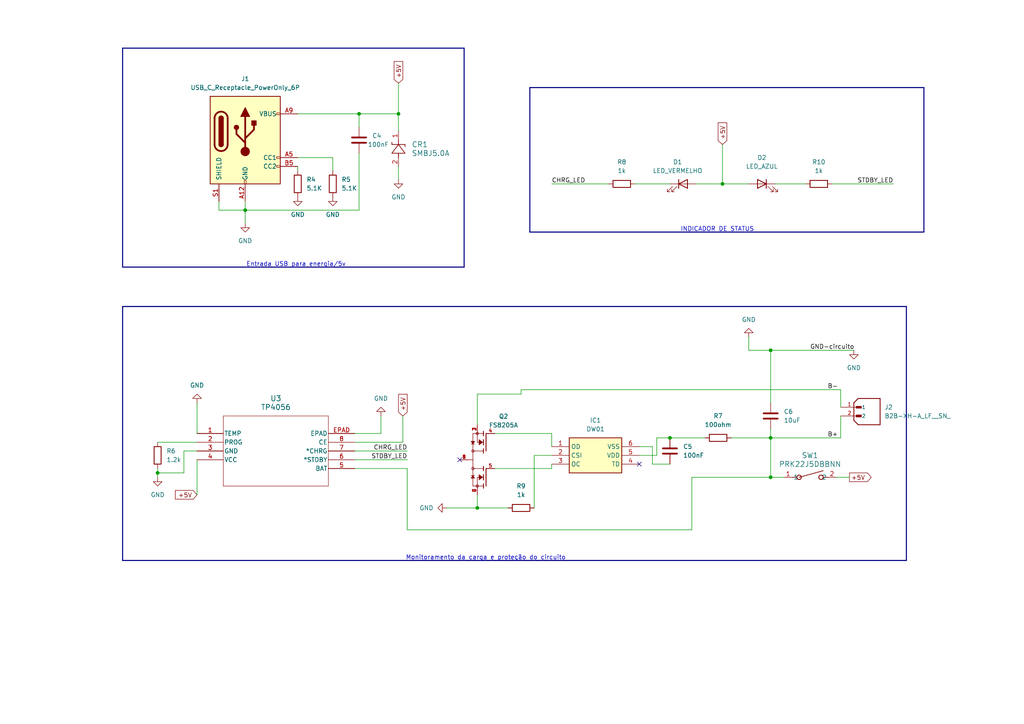
<source format=kicad_sch>
(kicad_sch (version 20230121) (generator eeschema)
  (paper "A4")
  (lib_symbols
    (symbol "2024-07-17_01-36-53:TP4056" (pin_names (offset 0.254))
      (property "Reference" "U" (at 22.86 10.16 0))
      (property "Value" "TP4056" (at 22.86 7.62 0))
      (symbol "TP4056_0_1"
        (polyline (pts (xy 7.62 -15.24) (xy 38.1 -15.24)) (stroke (width 0.127)))
        (polyline (pts (xy 7.62 5.08) (xy 7.62 -15.24)) (stroke (width 0.127)))
        (polyline (pts (xy 38.1 -15.24) (xy 38.1 5.08)) (stroke (width 0.127)))
        (polyline (pts (xy 38.1 5.08) (xy 7.62 5.08)) (stroke (width 0.127)))
        (pin input line (at 0 0 0) (length 7.62) (name "TEMP") (number "1"))
        (pin unspecified line (at 0 -2.54 0) (length 7.62) (name "PROG") (number "2"))
        (pin power_out line (at 0 -5.08 0) (length 7.62) (name "GND") (number "3"))
        (pin power_in line (at 0 -7.62 0) (length 7.62) (name "VCC") (number "4"))
        (pin power_in line (at 45.72 -10.16 180) (length 7.62) (name "BAT") (number "5"))
        (pin unspecified line (at 45.72 -7.62 180) (length 7.62) (name "*STDBY") (number "6"))
        (pin unspecified line (at 45.72 -5.08 180) (length 7.62) (name "*CHRG") (number "7"))
        (pin input line (at 45.72 -2.54 180) (length 7.62) (name "CE") (number "8"))
        (pin unspecified line (at 45.72 0 180) (length 7.62) (name "EPAD") (number "EPAD"))
      )
    )
    (symbol "B2B-XH-A_LF__SN_:B2B-XH-A_LF__SN_" (pin_names (offset 1.016))
      (property "Reference" "J" (at -2.54 6.35 0))
      (property "Value" "B2B-XH-A_LF__SN_" (at -2.54 -5.08 0))
      (symbol "B2B-XH-A_LF__SN__0_0"
        (rectangle (start -3.175 -0.3175) (end -1.5875 0.3175) (stroke (width 0.1)) (fill (type outline)))
        (rectangle (start -3.175 2.2225) (end -1.5875 2.8575) (stroke (width 0.1)) (fill (type outline)))
        (polyline (pts (xy -3.81 -1.27) (xy -2.54 -2.54)) (stroke (width 0.254)))
        (polyline (pts (xy -3.81 3.81) (xy -3.81 -1.27)) (stroke (width 0.254)))
        (polyline (pts (xy -3.81 3.81) (xy -2.54 5.08)) (stroke (width 0.254)))
        (polyline (pts (xy -2.54 -2.54) (xy 3.81 -2.54)) (stroke (width 0.254)))
        (polyline (pts (xy 3.81 -2.54) (xy 3.81 5.08)) (stroke (width 0.254)))
        (polyline (pts (xy 3.81 5.08) (xy -2.54 5.08)) (stroke (width 0.254)))
        (pin passive line (at -7.62 2.54 0) (length 5.08) (name "1") (number "1"))
        (pin passive line (at -7.62 0 0) (length 5.08) (name "2") (number "2"))
      )
    )
    (symbol "Connector:USB_C_Receptacle_PowerOnly_6P" (pin_names (offset 1.016))
      (property "Reference" "J" (at 0 16.51 0))
      (property "Value" "USB_C_Receptacle_PowerOnly_6P" (at 0 13.97 0))
      (symbol "USB_C_Receptacle_PowerOnly_6P_0_0"
        (rectangle (start -0.254 -12.7) (end 0.254 -11.684))
        (rectangle (start 10.16 -7.366) (end 9.144 -7.874))
        (rectangle (start 10.16 -4.826) (end 9.144 -5.334))
        (rectangle (start 10.16 7.874) (end 9.144 7.366))
      )
      (symbol "USB_C_Receptacle_PowerOnly_6P_0_1"
        (rectangle (start -10.16 12.7) (end 10.16 -12.7) (stroke (width 0.254)) (fill (type background)))
        (arc (start -8.89 -1.27) (mid -6.985 -3.1667) (end -5.08 -1.27) (stroke (width 0.508)))
        (arc (start -7.62 -1.27) (mid -6.985 -1.9023) (end -6.35 -1.27) (stroke (width 0.254)))
        (arc (start -7.62 -1.27) (mid -6.985 -1.9023) (end -6.35 -1.27) (stroke (width 0.254)) (fill (type outline)))
        (rectangle (start -7.62 -1.27) (end -6.35 6.35) (stroke (width 0.254)) (fill (type outline)))
        (arc (start -6.35 6.35) (mid -6.985 6.9823) (end -7.62 6.35) (stroke (width 0.254)))
        (arc (start -6.35 6.35) (mid -6.985 6.9823) (end -7.62 6.35) (stroke (width 0.254)) (fill (type outline)))
        (arc (start -5.08 6.35) (mid -6.985 8.2467) (end -8.89 6.35) (stroke (width 0.508)))
        (circle (center -2.54 3.683) (radius 0.635) (stroke (width 0.254)) (fill (type outline)))
        (circle (center 0 -3.302) (radius 1.27) (fill (type outline)))
        (polyline (pts (xy -8.89 -1.27) (xy -8.89 6.35)) (stroke (width 0.508)))
        (polyline (pts (xy -5.08 6.35) (xy -5.08 -1.27)) (stroke (width 0.508)))
        (polyline (pts (xy 0 -3.302) (xy 0 6.858)) (stroke (width 0.508)))
        (polyline (pts (xy 0 -0.762) (xy -2.54 1.778) (xy -2.54 3.048)) (stroke (width 0.508)))
        (polyline (pts (xy 0 0.508) (xy 2.54 3.048) (xy 2.54 4.318)) (stroke (width 0.508)))
        (polyline (pts (xy -1.27 6.858) (xy 0 9.398) (xy 1.27 6.858) (xy -1.27 6.858)) (stroke (width 0.254)) (fill (type outline)))
        (rectangle (start 1.905 4.318) (end 3.175 5.588) (stroke (width 0.254)) (fill (type outline)))
      )
      (symbol "USB_C_Receptacle_PowerOnly_6P_1_1"
        (pin passive line (at 0 -17.78 90) (length 5.08) (name "GND") (number "A12"))
        (pin bidirectional line (at 15.24 -5.08 180) (length 5.08) (name "CC1") (number "A5"))
        (pin passive line (at 15.24 7.62 180) (length 5.08) (name "VBUS") (number "A9"))
        (pin passive line (at 0 -17.78 90) (length 5.08) hide (name "GND") (number "B12"))
        (pin bidirectional line (at 15.24 -7.62 180) (length 5.08) (name "CC2") (number "B5"))
        (pin passive line (at 15.24 7.62 180) (length 5.08) hide (name "VBUS") (number "B9"))
        (pin passive line (at -7.62 -17.78 90) (length 5.08) (name "SHIELD") (number "S1"))
      )
    )
    (symbol "DW01:DW01"
      (property "Reference" "IC" (at 21.59 7.62 0))
      (property "Value" "DW01" (at 21.59 5.08 0))
      (symbol "DW01_1_1"
        (rectangle (start 5.08 2.54) (end 20.32 -7.62) (stroke (width 0.254)) (fill (type background)))
        (pin passive line (at 0 0 0) (length 5.08) (name "OD") (number "1"))
        (pin passive line (at 0 -2.54 0) (length 5.08) (name "CSI") (number "2"))
        (pin passive line (at 0 -5.08 0) (length 5.08) (name "OC") (number "3"))
        (pin passive line (at 25.4 -5.08 180) (length 5.08) (name "TD") (number "4"))
        (pin passive line (at 25.4 -2.54 180) (length 5.08) (name "VDD") (number "5"))
        (pin passive line (at 25.4 0 180) (length 5.08) (name "VSS") (number "6"))
      )
    )
    (symbol "Device:C" (pin_numbers hide) (pin_names (offset 0.254))
      (property "Reference" "C" (at 0.635 2.54 0))
      (property "Value" "C" (at 0.635 -2.54 0))
      (symbol "C_0_1"
        (polyline (pts (xy -2.032 -0.762) (xy 2.032 -0.762)) (stroke (width 0.508)))
        (polyline (pts (xy -2.032 0.762) (xy 2.032 0.762)) (stroke (width 0.508)))
      )
      (symbol "C_1_1"
        (pin passive line (at 0 3.81 270) (length 2.794) (name "~") (number "1"))
        (pin passive line (at 0 -3.81 90) (length 2.794) (name "~") (number "2"))
      )
    )
    (symbol "Device:LED" (pin_numbers hide) (pin_names (offset 1.016) hide)
      (property "Reference" "D" (at 0 2.54 0))
      (property "Value" "LED" (at 0 -2.54 0))
      (symbol "LED_0_1"
        (polyline (pts (xy -1.27 -1.27) (xy -1.27 1.27)) (stroke (width 0.254)))
        (polyline (pts (xy -1.27 0) (xy 1.27 0)))
        (polyline (pts (xy 1.27 -1.27) (xy 1.27 1.27) (xy -1.27 0) (xy 1.27 -1.27)) (stroke (width 0.254)))
        (polyline (pts (xy -3.048 -0.762) (xy -4.572 -2.286) (xy -3.81 -2.286) (xy -4.572 -2.286) (xy -4.572 -1.524)))
        (polyline (pts (xy -1.778 -0.762) (xy -3.302 -2.286) (xy -2.54 -2.286) (xy -3.302 -2.286) (xy -3.302 -1.524)))
      )
      (symbol "LED_1_1"
        (pin passive line (at -3.81 0 0) (length 2.54) (name "K") (number "1"))
        (pin passive line (at 3.81 0 180) (length 2.54) (name "A") (number "2"))
      )
    )
    (symbol "Device:R" (pin_numbers hide) (pin_names (offset 0))
      (property "Reference" "R" (at 2.032 0 90))
      (property "Value" "R" (at 0 0 90))
      (symbol "R_0_1"
        (rectangle (start -1.016 -2.54) (end 1.016 2.54) (stroke (width 0.254)))
      )
      (symbol "R_1_1"
        (pin passive line (at 0 3.81 270) (length 1.27) (name "~") (number "1"))
        (pin passive line (at 0 -3.81 90) (length 1.27) (name "~") (number "2"))
      )
    )
    (symbol "FS8205A:FS8205A" (pin_names (offset 1.016))
      (property "Reference" "Q" (at -11.43 7.62 0))
      (property "Value" "FS8205A" (at -11.43 -12.7 0))
      (symbol "FS8205A_0_0"
        (circle (center 0 -7.62) (radius 0.3592))
        (polyline (pts (xy -2.54 -2.54) (xy -2.54 -7.62)) (stroke (width 0.254)))
        (polyline (pts (xy -2.54 7.62) (xy -2.54 2.54)) (stroke (width 0.254)))
        (polyline (pts (xy -1.778 -7.62) (xy -1.778 -8.255)) (stroke (width 0.254)))
        (polyline (pts (xy -1.778 -6.985) (xy -1.778 -7.62)) (stroke (width 0.254)))
        (polyline (pts (xy -1.778 -5.08) (xy -1.778 -5.842)) (stroke (width 0.254)))
        (polyline (pts (xy -1.778 -5.08) (xy 0 -5.08)) (stroke (width 0.1524)))
        (polyline (pts (xy -1.778 -4.318) (xy -1.778 -5.08)) (stroke (width 0.254)))
        (polyline (pts (xy -1.778 -2.54) (xy -1.778 -3.175)) (stroke (width 0.254)))
        (polyline (pts (xy -1.778 -2.54) (xy 1.27 -2.54)) (stroke (width 0.1524)))
        (polyline (pts (xy -1.778 -1.905) (xy -1.778 -2.54)) (stroke (width 0.254)))
        (polyline (pts (xy -1.778 2.54) (xy -1.778 1.905)) (stroke (width 0.254)))
        (polyline (pts (xy -1.778 3.175) (xy -1.778 2.54)) (stroke (width 0.254)))
        (polyline (pts (xy -1.778 5.08) (xy -1.778 4.318)) (stroke (width 0.254)))
        (polyline (pts (xy -1.778 5.08) (xy 0 5.08)) (stroke (width 0.1524)))
        (polyline (pts (xy -1.778 5.842) (xy -1.778 5.08)) (stroke (width 0.254)))
        (polyline (pts (xy -1.778 7.62) (xy -1.778 6.985)) (stroke (width 0.254)))
        (polyline (pts (xy -1.778 7.62) (xy 1.27 7.62)) (stroke (width 0.1524)))
        (polyline (pts (xy -1.778 8.255) (xy -1.778 7.62)) (stroke (width 0.254)))
        (polyline (pts (xy 0 -7.62) (xy -1.778 -7.62)) (stroke (width 0.1524)))
        (polyline (pts (xy 0 -7.62) (xy 1.27 -7.62)) (stroke (width 0.1524)))
        (polyline (pts (xy 0 -5.08) (xy 0 -7.62)) (stroke (width 0.1524)))
        (polyline (pts (xy 0 7.62) (xy 0 5.08)) (stroke (width 0.1524)))
        (polyline (pts (xy 0.762 4.572) (xy 1.27 4.572)) (stroke (width 0.1524)))
        (polyline (pts (xy 1.27 -4.572) (xy 0.762 -4.572)) (stroke (width 0.1524)))
        (polyline (pts (xy 1.27 -4.572) (xy 1.27 -7.62)) (stroke (width 0.1524)))
        (polyline (pts (xy 1.27 -2.54) (xy 1.27 -4.572)) (stroke (width 0.1524)))
        (polyline (pts (xy 1.27 -2.54) (xy 1.27 0)) (stroke (width 0.1524)))
        (polyline (pts (xy 1.27 0) (xy 1.27 2.54)) (stroke (width 0.1524)))
        (polyline (pts (xy 1.27 0) (xy 2.54 0)) (stroke (width 0.1524)))
        (polyline (pts (xy 1.27 2.54) (xy -1.778 2.54)) (stroke (width 0.1524)))
        (polyline (pts (xy 1.27 2.54) (xy 1.27 4.572)) (stroke (width 0.1524)))
        (polyline (pts (xy 1.27 4.572) (xy 1.27 7.62)) (stroke (width 0.1524)))
        (polyline (pts (xy 1.27 4.572) (xy 1.778 4.572)) (stroke (width 0.1524)))
        (polyline (pts (xy 1.778 -4.572) (xy 1.27 -4.572)) (stroke (width 0.1524)))
        (polyline (pts (xy -1.524 -5.08) (xy -0.508 -4.318) (xy -0.508 -5.842) (xy -1.524 -5.08)) (stroke (width 0.1524)) (fill (type outline)))
        (polyline (pts (xy -1.524 5.08) (xy -0.508 5.842) (xy -0.508 4.318) (xy -1.524 5.08)) (stroke (width 0.1524)) (fill (type outline)))
        (polyline (pts (xy 1.27 -4.572) (xy 0.762 -5.334) (xy 1.778 -5.334) (xy 1.27 -4.572)) (stroke (width 0.1524)) (fill (type outline)))
        (polyline (pts (xy 1.27 4.572) (xy 1.778 5.334) (xy 0.762 5.334) (xy 1.27 4.572)) (stroke (width 0.1524)) (fill (type outline)))
        (circle (center 0 7.62) (radius 0.3592))
        (circle (center 1.27 -2.54) (radius 0.3592))
        (circle (center 1.27 2.54) (radius 0.3592))
        (pin passive line (at 5.08 0 180) (length 2.54) (name "~") (number "1"))
        (pin passive line (at 0 -10.16 90) (length 2.54) (name "~") (number "2"))
        (pin passive line (at 0 -10.16 90) (length 2.54) (name "~") (number "3"))
        (pin passive line (at -5.08 -7.62 0) (length 2.54) (name "~") (number "4"))
        (pin passive line (at -5.08 2.54 0) (length 2.54) (name "~") (number "5"))
        (pin passive line (at 0 10.16 270) (length 2.54) (name "~") (number "6"))
        (pin passive line (at 0 10.16 270) (length 2.54) (name "~") (number "7"))
        (pin passive line (at 5.08 0 180) (length 2.54) (name "~") (number "8"))
      )
    )
    (symbol "SMBJ5.0A:SMBJ5.0A" (pin_names (offset 0.254))
      (property "Reference" "CR" (at 5.08 4.445 0))
      (property "Value" "SMBJ5.0A" (at 5.08 -3.81 0))
      (symbol "SMBJ5.0A_0_1"
        (polyline (pts (xy 2.54 0) (xy 3.4798 0)) (stroke (width 0.2032)))
        (polyline (pts (xy 3.175 0) (xy 3.81 0)) (stroke (width 0.2032)))
        (polyline (pts (xy 3.81 -1.905) (xy 6.35 0)) (stroke (width 0.2032)))
        (polyline (pts (xy 3.81 1.905) (xy 3.81 -1.905)) (stroke (width 0.2032)))
        (polyline (pts (xy 6.35 -1.905) (xy 5.715 -1.905)) (stroke (width 0.2032)))
        (polyline (pts (xy 6.35 -1.905) (xy 6.35 1.905)) (stroke (width 0.2032)))
        (polyline (pts (xy 6.35 0) (xy 3.81 1.905)) (stroke (width 0.2032)))
        (polyline (pts (xy 6.35 0) (xy 7.62 0)) (stroke (width 0.2032)))
        (polyline (pts (xy 6.35 1.905) (xy 6.985 1.905)) (stroke (width 0.2032)))
        (pin unspecified line (at 10.16 0 180) (length 2.54) (name "") (number "1"))
        (pin unspecified line (at 0 0 0) (length 2.54) (name "") (number "2"))
      )
    )
    (symbol "SW_PRK22J5DBBNN_ZFE:PRK22J5DBBNN" (pin_names (offset 0.254))
      (property "Reference" "SW" (at 0 3.81 0))
      (property "Value" "PRK22J5DBBNN" (at 0 0 0))
      (symbol "PRK22J5DBBNN_0_1"
        (circle (center -3.175 0) (radius 0.635) (stroke (width 0.254)))
        (polyline (pts (xy -5.08 0) (xy -3.81 0)) (stroke (width 0.2032)))
        (polyline (pts (xy -3.175 0) (xy 3.81 1.905)) (stroke (width 0.2032)))
        (polyline (pts (xy 5.08 0) (xy 3.81 0)) (stroke (width 0.2032)))
        (circle (center 3.175 0) (radius 0.635) (stroke (width 0.254)))
        (pin unspecified line (at -7.62 0 0) (length 2.54) (name "1") (number "1"))
        (pin unspecified line (at 7.62 0 180) (length 2.54) (name "2") (number "2"))
      )
    )
    (symbol "power:GND" (power) (pin_names (offset 0))
      (property "Value" "GND" (at 0 -3.81 0))
      (symbol "GND_0_1"
        (polyline (pts (xy 0 0) (xy 0 -1.27) (xy 1.27 -1.27) (xy 0 -2.54) (xy -1.27 -1.27) (xy 0 -1.27)))
      )
      (symbol "GND_1_1"
        (pin power_in line (at 0 0 270) (length 0) hide (name "GND") (number "1"))
      )
    )
  )
  (junction (at 223.52 138.43))
  (junction (at 223.52 127))
  (junction (at 71.12 60.96))
  (junction (at 115.57 33.02))
  (junction (at 194.31 127))
  (junction (at 223.52 101.6))
  (junction (at 209.55 53.34))
  (junction (at 138.43 147.32))
  (junction (at 45.72 137.16))
  (junction (at 104.14 33.02))
  (no_connect (at 185.42 134.62))
  (no_connect (at 133.35 133.35))
  (wire (pts (xy 212.09 127) (xy 223.52 127)))
  (wire (pts (xy 209.55 53.34) (xy 217.17 53.34)))
  (wire (pts (xy 243.84 120.65) (xy 243.84 127)))
  (wire (pts (xy 63.5 58.42) (xy 63.5 60.96)))
  (wire (pts (xy 223.52 138.43) (xy 227.33 138.43)))
  (wire (pts (xy 185.42 129.54) (xy 189.23 129.54)))
  (wire (pts (xy 118.11 135.89) (xy 118.11 153.67)))
  (wire (pts (xy 104.14 44.45) (xy 104.14 60.96)))
  (wire (pts (xy 45.72 135.89) (xy 45.72 137.16)))
  (bus (pts (xy 35.56 13.97) (xy 35.56 77.47)))
  (wire (pts (xy 71.12 64.77) (xy 71.12 60.96)))
  (wire (pts (xy 86.36 48.26) (xy 86.36 49.53)))
  (bus (pts (xy 35.56 77.47) (xy 134.62 77.47)))
  (wire (pts (xy 223.52 124.46) (xy 223.52 127)))
  (wire (pts (xy 104.14 60.96) (xy 71.12 60.96)))
  (wire (pts (xy 96.52 45.72) (xy 96.52 49.53)))
  (wire (pts (xy 86.36 45.72) (xy 96.52 45.72)))
  (wire (pts (xy 102.87 125.73) (xy 110.49 125.73)))
  (wire (pts (xy 129.54 147.32) (xy 138.43 147.32)))
  (wire (pts (xy 45.72 137.16) (xy 45.72 138.43)))
  (wire (pts (xy 189.23 129.54) (xy 189.23 134.62)))
  (wire (pts (xy 160.02 53.34) (xy 176.53 53.34)))
  (wire (pts (xy 151.13 113.03) (xy 243.84 113.03)))
  (wire (pts (xy 151.13 114.3) (xy 138.43 114.3)))
  (wire (pts (xy 116.84 128.27) (xy 102.87 128.27)))
  (bus (pts (xy 153.67 67.31) (xy 153.67 25.4)))
  (wire (pts (xy 57.15 116.84) (xy 57.15 125.73)))
  (wire (pts (xy 104.14 33.02) (xy 115.57 33.02)))
  (wire (pts (xy 223.52 127) (xy 223.52 138.43)))
  (wire (pts (xy 143.51 135.89) (xy 160.02 135.89)))
  (wire (pts (xy 102.87 133.35) (xy 118.11 133.35)))
  (wire (pts (xy 118.11 153.67) (xy 200.66 153.67)))
  (wire (pts (xy 189.23 134.62) (xy 194.31 134.62)))
  (wire (pts (xy 57.15 130.81) (xy 53.34 130.81)))
  (wire (pts (xy 71.12 58.42) (xy 71.12 60.96)))
  (wire (pts (xy 242.57 138.43) (xy 246.38 138.43)))
  (wire (pts (xy 53.34 137.16) (xy 45.72 137.16)))
  (wire (pts (xy 102.87 135.89) (xy 118.11 135.89)))
  (wire (pts (xy 138.43 114.3) (xy 138.43 123.19)))
  (wire (pts (xy 223.52 101.6) (xy 247.65 101.6)))
  (wire (pts (xy 151.13 114.3) (xy 151.13 113.03)))
  (bus (pts (xy 134.62 13.97) (xy 35.56 13.97)))
  (bus (pts (xy 153.67 25.4) (xy 267.97 25.4)))
  (wire (pts (xy 160.02 129.54) (xy 160.02 125.73)))
  (wire (pts (xy 115.57 24.13) (xy 115.57 33.02)))
  (wire (pts (xy 217.17 101.6) (xy 217.17 97.79)))
  (bus (pts (xy 262.89 88.9) (xy 35.56 88.9)))
  (wire (pts (xy 115.57 48.26) (xy 115.57 52.07)))
  (wire (pts (xy 138.43 147.32) (xy 147.32 147.32)))
  (wire (pts (xy 190.5 132.08) (xy 190.5 127)))
  (bus (pts (xy 267.97 25.4) (xy 267.97 67.31)))
  (wire (pts (xy 223.52 127) (xy 243.84 127)))
  (wire (pts (xy 143.51 125.73) (xy 160.02 125.73)))
  (wire (pts (xy 110.49 125.73) (xy 110.49 120.65)))
  (bus (pts (xy 262.89 162.56) (xy 262.89 88.9)))
  (bus (pts (xy 134.62 77.47) (xy 134.62 13.97)))
  (wire (pts (xy 200.66 138.43) (xy 223.52 138.43)))
  (wire (pts (xy 201.93 53.34) (xy 209.55 53.34)))
  (wire (pts (xy 45.72 128.27) (xy 57.15 128.27)))
  (wire (pts (xy 138.43 143.51) (xy 138.43 147.32)))
  (wire (pts (xy 160.02 135.89) (xy 160.02 134.62)))
  (wire (pts (xy 224.79 53.34) (xy 233.68 53.34)))
  (wire (pts (xy 154.94 132.08) (xy 154.94 147.32)))
  (wire (pts (xy 184.15 53.34) (xy 194.31 53.34)))
  (wire (pts (xy 53.34 130.81) (xy 53.34 137.16)))
  (wire (pts (xy 104.14 33.02) (xy 104.14 36.83)))
  (bus (pts (xy 35.56 162.56) (xy 262.89 162.56)))
  (wire (pts (xy 185.42 132.08) (xy 190.5 132.08)))
  (bus (pts (xy 153.67 67.31) (xy 267.97 67.31)))
  (wire (pts (xy 63.5 60.96) (xy 71.12 60.96)))
  (bus (pts (xy 35.56 88.9) (xy 35.56 162.56)))
  (wire (pts (xy 116.84 120.65) (xy 116.84 128.27)))
  (wire (pts (xy 200.66 153.67) (xy 200.66 138.43)))
  (wire (pts (xy 241.3 53.34) (xy 259.08 53.34)))
  (wire (pts (xy 223.52 101.6) (xy 223.52 116.84)))
  (wire (pts (xy 209.55 41.91) (xy 209.55 53.34)))
  (wire (pts (xy 57.15 143.51) (xy 57.15 133.35)))
  (wire (pts (xy 86.36 33.02) (xy 104.14 33.02)))
  (wire (pts (xy 115.57 33.02) (xy 115.57 38.1)))
  (wire (pts (xy 223.52 101.6) (xy 217.17 101.6)))
  (wire (pts (xy 190.5 127) (xy 194.31 127)))
  (wire (pts (xy 102.87 130.81) (xy 118.11 130.81)))
  (wire (pts (xy 194.31 127) (xy 204.47 127)))
  (wire (pts (xy 243.84 113.03) (xy 243.84 118.11)))
  (wire (pts (xy 160.02 132.08) (xy 154.94 132.08)))
  (text "Entrada USB para energia/5v\n" (at 100.33 77.47 0) (effects (font (size 1.27 1.27)) (justify right bottom)))
  (text "Monitoramento da carga e proteção do circuito " (at 165.1 162.56 0) (effects (font (size 1.27 1.27)) (justify right bottom)))
  (text "INDICADOR DE STATUS " (at 219.71 67.31 0) (effects (font (size 1.27 1.27)) (justify right bottom)))
  (label "B-" (at 240.03 113.03 0))
  (label "CHRG_LED" (at 160.02 53.34 0))
  (label "CHRG_LED" (at 118.11 130.81 180))
  (label "B+" (at 240.03 127 0))
  (label "GND-circuito" (at 234.95 101.6 0))
  (label "STDBY_LED" (at 118.11 133.35 180))
  (label "STDBY_LED" (at 259.08 53.34 180))
  (global_label "+5V" (shape input) (at 115.57 24.13 90) (property "Intersheetrefs" "${INTERSHEET_REFS}" (effects hide)))
  (global_label "+5V" (shape output) (at 246.38 138.43 0) (property "Intersheetrefs" "${INTERSHEET_REFS}" (effects hide)))
  (global_label "+5V" (shape input) (at 209.55 41.91 90) (property "Intersheetrefs" "${INTERSHEET_REFS}" (effects hide)))
  (global_label "+5V" (shape input) (at 57.15 143.51 180) (property "Intersheetrefs" "${INTERSHEET_REFS}" (effects hide)))
  (global_label "+5V" (shape input) (at 116.84 120.65 90) (property "Intersheetrefs" "${INTERSHEET_REFS}" (effects hide)))
  (symbol (lib_id "power:GND") (at 110.49 120.65 180) (unit 1)
    (property "Reference" "#PWR015" (effects hide))
    (property "Value" "GND" (at 110.49 115.57 0))
  )
  (symbol (lib_id "power:GND") (at 115.57 52.07 0) (unit 1)
    (property "Reference" "#PWR09" (effects hide))
    (property "Value" "GND" (at 115.57 57.15 0))
  )
  (symbol (lib_id "Device:LED") (at 220.98 53.34 0) (mirror y) (unit 1)
    (property "Reference" "D2" (at 220.98 45.72 0))
    (property "Value" "LED_AZUL" (at 220.98 48.26 0))
    (property "Footprint" "LED_SMD:LED_0201_0603Metric" (effects hide))
  )
  (symbol (lib_id "power:GND") (at 57.15 116.84 180) (unit 1)
    (property "Reference" "#PWR013" (effects hide))
    (property "Value" "GND" (at 57.15 111.76 0))
  )
  (symbol (lib_id "power:GND") (at 71.12 64.77 0) (unit 1)
    (property "Reference" "#PWR011" (effects hide))
    (property "Value" "GND" (at 71.12 69.85 0))
  )
  (symbol (lib_id "SW_PRK22J5DBBNN_ZFE:PRK22J5DBBNN") (at 234.95 138.43 0) (unit 1)
    (property "Reference" "SW1" (at 234.95 132.08 0) (effects (font (size 1.524 1.524))))
    (property "Value" "PRK22J5DBBNN" (at 234.95 134.62 0) (effects (font (size 1.524 1.524))))
    (property "Footprint" "SW_PRK22J5DBBNN_ZFE:SW_PRK22J5DBBNN_ZFE" (effects hide))
    (property "Datasheet" "PRK22J5DBBNN" (effects hide))
  )
  (symbol (lib_id "Device:C") (at 223.52 120.65 0) (unit 1)
    (property "Reference" "C6" (at 227.33 119.38 0) (effects (justify left)))
    (property "Value" "10uF" (at 227.33 121.92 0) (effects (justify left)))
    (property "Footprint" "Capacitor_SMD:C_0201_0603Metric" (effects hide))
  )
  (symbol (lib_id "Device:R") (at 151.13 147.32 270) (unit 1)
    (property "Reference" "R9" (at 151.13 140.97 90))
    (property "Value" "1k" (at 151.13 143.51 90))
    (property "Footprint" "Resistor_SMD:R_0201_0603Metric_Pad0.64x0.40mm_HandSolder" (effects hide))
  )
  (symbol (lib_id "Device:R") (at 180.34 53.34 90) (unit 1)
    (property "Reference" "R8" (at 180.34 46.99 90))
    (property "Value" "1k" (at 180.34 49.53 90))
    (property "Footprint" "Resistor_SMD:R_0201_0603Metric" (effects hide))
  )
  (symbol (lib_id "Device:R") (at 208.28 127 270) (unit 1)
    (property "Reference" "R7" (at 208.28 120.65 90))
    (property "Value" "100ohm" (at 208.28 123.19 90))
    (property "Footprint" "Resistor_SMD:R_0201_0603Metric" (effects hide))
  )
  (symbol (lib_id "2024-07-17_01-36-53:TP4056") (at 57.15 125.73 0) (unit 1)
    (property "Reference" "U3" (at 80.01 115.57 0) (effects (font (size 1.524 1.524))))
    (property "Value" "TP4056" (at 80.01 118.11 0) (effects (font (size 1.524 1.524))))
    (property "Footprint" "TP4056:SOP8-PP_TPW" (effects hide))
    (property "Datasheet" "TP4056" (effects hide))
  )
  (symbol (lib_id "power:GND") (at 86.36 57.15 0) (unit 1)
    (property "Reference" "#PWR010" (effects hide))
    (property "Value" "GND" (at 86.36 62.23 0))
  )
  (symbol (lib_id "Device:R") (at 96.52 53.34 0) (unit 1)
    (property "Reference" "R5" (at 99.06 52.07 0) (effects (justify left)))
    (property "Value" "5.1K" (at 99.06 54.61 0) (effects (justify left)))
    (property "Footprint" "Resistor_SMD:R_0201_0603Metric_Pad0.64x0.40mm_HandSolder" (effects hide))
  )
  (symbol (lib_id "SMBJ5.0A:SMBJ5.0A") (at 115.57 48.26 90) (unit 1)
    (property "Reference" "CR1" (at 119.38 41.91 90) (effects (font (size 1.524 1.524)) (justify right)))
    (property "Value" "SMBJ5.0A" (at 119.38 44.45 90) (effects (font (size 1.524 1.524)) (justify right)))
    (property "Footprint" "SMBJ5.0A:DO-214AASMB_J-BEND_LTF" (effects hide))
    (property "Datasheet" "SMBJ5.0A" (effects hide))
  )
  (symbol (lib_id "Device:R") (at 86.36 53.34 0) (unit 1)
    (property "Reference" "R4" (at 88.9 52.07 0) (effects (justify left)))
    (property "Value" "5.1K" (at 88.9 54.61 0) (effects (justify left)))
    (property "Footprint" "Resistor_SMD:R_0201_0603Metric_Pad0.64x0.40mm_HandSolder" (effects hide))
  )
  (symbol (lib_id "power:GND") (at 129.54 147.32 270) (unit 1)
    (property "Reference" "#PWR017" (effects hide))
    (property "Value" "GND" (at 125.73 147.32 90) (effects (justify right)))
  )
  (symbol (lib_id "power:GND") (at 247.65 101.6 0) (unit 1)
    (property "Reference" "#PWR022" (effects hide))
    (property "Value" "GND" (at 247.65 106.68 0))
  )
  (symbol (lib_id "B2B-XH-A_LF__SN_:B2B-XH-A_LF__SN_") (at 251.46 120.65 0) (unit 1)
    (property "Reference" "J2" (at 256.54 118.11 0) (effects (justify left)))
    (property "Value" "B2B-XH-A_LF__SN_" (at 256.54 120.65 0) (effects (justify left)))
    (property "Footprint" "B2B-XH-A_LF__SN_:B2B-XH-A_LF__SN_" (effects hide))
    (property "MF" "JST Sales" (effects hide))
    (property "MAXIMUM_PACKAGE_HEIGHT" "7 mm" (effects hide))
    (property "Package" "None" (effects hide))
    (property "Price" "None" (effects hide))
    (property "Check_prices" "https://www.snapeda.com/parts/B2B-XH-A(LF)(SN)/JST+Sales+America+Inc./view-part/?ref=eda" (effects hide))
    (property "STANDARD" "Manufacturer Recommendations" (effects hide))
    (property "PARTREV" "N/A" (effects hide))
    (property "SnapEDA_Link" "https://www.snapeda.com/parts/B2B-XH-A(LF)(SN)/JST+Sales+America+Inc./view-part/?ref=snap" (effects hide))
    (property "MP" "B2B-XH-A(LF)(SN)" (effects hide))
    (property "Description" "\nConnector Header Through Hole 2 position 0.098 (2.50mm)\n" (effects hide))
    (property "Availability" "In Stock" (effects hide))
    (property "MANUFACTURER" "JST Sales America Inc." (effects hide))
  )
  (symbol (lib_id "Device:C") (at 194.31 130.81 0) (unit 1)
    (property "Reference" "C5" (at 198.12 129.54 0) (effects (justify left)))
    (property "Value" "100nF" (at 198.12 132.08 0) (effects (justify left)))
    (property "Footprint" "Capacitor_SMD:C_0201_0603Metric" (effects hide))
  )
  (symbol (lib_id "power:GND") (at 45.72 138.43 0) (unit 1)
    (property "Reference" "#PWR014" (effects hide))
    (property "Value" "GND" (at 45.72 143.51 0))
  )
  (symbol (lib_id "Device:R") (at 45.72 132.08 0) (unit 1)
    (property "Reference" "R6" (at 48.26 130.81 0) (effects (justify left)))
    (property "Value" "1.2k" (at 48.26 133.35 0) (effects (justify left)))
    (property "Footprint" "Resistor_SMD:R_0201_0603Metric" (effects hide))
  )
  (symbol (lib_id "DW01:DW01") (at 160.02 129.54 0) (unit 1)
    (property "Reference" "IC1" (at 172.72 121.92 0))
    (property "Value" "DW01" (at 172.72 124.46 0))
    (property "Footprint" "DW01:SOT95P280X135-6N" (effects hide))
    (property "Datasheet" "https://datasheet.lcsc.com/szlcsc/1906271838_SLKORMICRO-Elec-DW01_C359989.pdf" (effects hide))
    (property "Height" "1.35" (effects hide))
    (property "Manufacturer_Name" "Slkor" (effects hide))
    (property "Manufacturer_Part_Number" "DW01" (effects hide))
  )
  (symbol (lib_id "FS8205A:FS8205A") (at 138.43 133.35 180) (unit 1)
    (property "Reference" "Q2" (at 146.05 120.7769 0))
    (property "Value" "FS8205A" (at 146.05 123.3169 0))
    (property "Footprint" "FS8205A:SOP65P640X120-8N" (effects hide))
    (property "MF" "Fortune Semiconductor" (effects hide))
    (property "MAXIMUM_PACKAGE_HEIGHT" "1.2mm" (effects hide))
    (property "Package" "Package" (effects hide))
    (property "Price" "None" (effects hide))
    (property "Check_prices" "https://www.snapeda.com/parts/FS8205A/Fortune+Semiconductor/view-part/?ref=eda" (effects hide))
    (property "STANDARD" "IPC 7351B" (effects hide))
    (property "PARTREV" "1.7" (effects hide))
    (property "SnapEDA_Link" "https://www.snapeda.com/parts/FS8205A/Fortune+Semiconductor/view-part/?ref=snap" (effects hide))
    (property "MP" "FS8205A" (effects hide))
    (property "Description" "\n" (effects hide))
    (property "Availability" "In Stock" (effects hide))
    (property "MANUFACTURER" "Fortune Semiconductor" (effects hide))
  )
  (symbol (lib_id "Device:C") (at 104.14 40.64 0) (unit 1)
    (property "Reference" "C4" (at 107.95 39.37 0) (effects (justify left)))
    (property "Value" "100nF" (at 106.68 41.91 0) (effects (justify left)))
    (property "Footprint" "Capacitor_SMD:C_0201_0603Metric" (effects hide))
  )
  (symbol (lib_id "Connector:USB_C_Receptacle_PowerOnly_6P") (at 71.12 40.64 0) (unit 1)
    (property "Reference" "J1" (at 71.12 22.86 0))
    (property "Value" "USB_C_Receptacle_PowerOnly_6P" (at 71.12 25.4 0))
    (property "Footprint" "Connector_USB:USB_C_Receptacle_GCT_USB4125-xx-x-0190_6P_TopMnt_Horizontal" (effects hide))
    (property "Datasheet" "https://www.usb.org/sites/default/files/documents/usb_type-c.zip" (effects hide))
  )
  (symbol (lib_id "Device:LED") (at 198.12 53.34 0) (unit 1)
    (property "Reference" "D1" (at 196.5325 46.99 0))
    (property "Value" "LED_VERMELHO" (at 196.5325 49.53 0))
    (property "Footprint" "LED_SMD:LED_0201_0603Metric" (effects hide))
  )
  (symbol (lib_id "power:GND") (at 217.17 97.79 180) (unit 1)
    (property "Reference" "#PWR016" (effects hide))
    (property "Value" "GND" (at 217.17 92.71 0))
  )
  (symbol (lib_id "power:GND") (at 96.52 57.15 0) (unit 1)
    (property "Reference" "#PWR012" (effects hide))
    (property "Value" "GND" (at 96.52 62.23 0))
  )
  (symbol (lib_id "Device:R") (at 237.49 53.34 90) (unit 1)
    (property "Reference" "R10" (at 237.49 46.99 90))
    (property "Value" "1k" (at 237.49 49.53 90))
    (property "Footprint" "Resistor_SMD:R_0201_0603Metric" (effects hide))
  )
)
</source>
